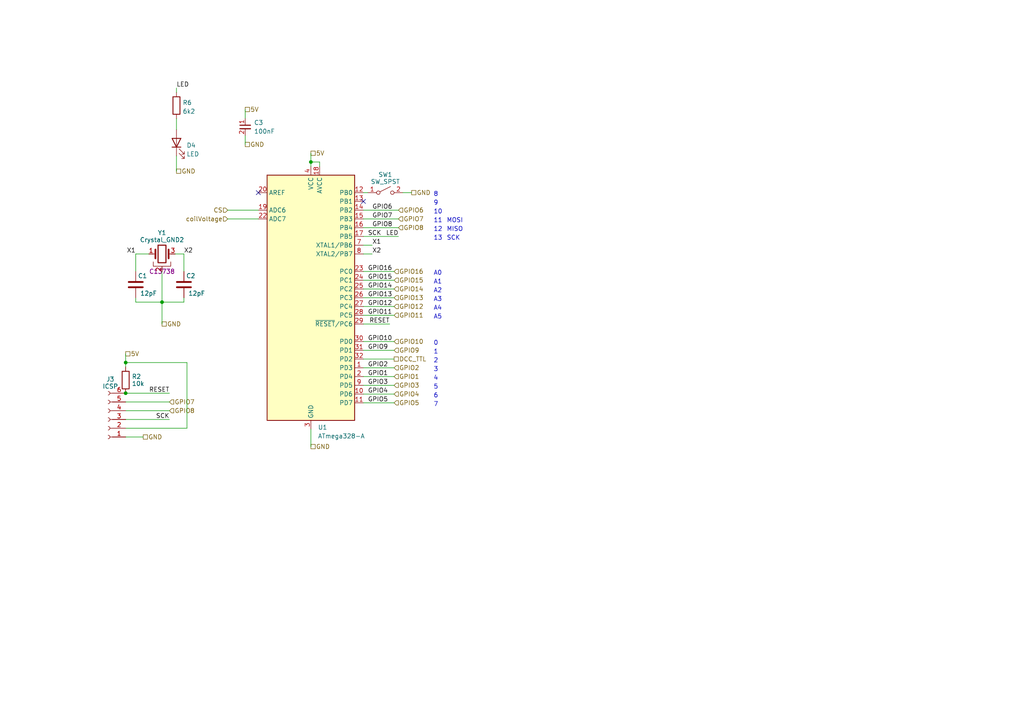
<source format=kicad_sch>
(kicad_sch (version 20231120) (generator "eeschema") (generator_version "8.0")
  (paper "A4")
  (lib_symbols
    (symbol "Connector:Conn_01x06_Socket" (pin_names (offset 1.016) hide)
      (property "Reference" "J" (at 0 7.62 0))
      (property "Value" "Conn_01x06_Socket" (at 0 -10.16 0))
      (symbol "Conn_01x06_Socket_1_1"
        (arc (start 0 -7.112) (mid -0.5058 -7.62) (end 0 -8.128) (stroke (width 0.1524)))
        (arc (start 0 -4.572) (mid -0.5058 -5.08) (end 0 -5.588) (stroke (width 0.1524)))
        (arc (start 0 -2.032) (mid -0.5058 -2.54) (end 0 -3.048) (stroke (width 0.1524)))
        (polyline (pts (xy -1.27 -7.62) (xy -0.508 -7.62)) (stroke (width 0.1524)))
        (polyline (pts (xy -1.27 -5.08) (xy -0.508 -5.08)) (stroke (width 0.1524)))
        (polyline (pts (xy -1.27 -2.54) (xy -0.508 -2.54)) (stroke (width 0.1524)))
        (polyline (pts (xy -1.27 0) (xy -0.508 0)) (stroke (width 0.1524)))
        (polyline (pts (xy -1.27 2.54) (xy -0.508 2.54)) (stroke (width 0.1524)))
        (polyline (pts (xy -1.27 5.08) (xy -0.508 5.08)) (stroke (width 0.1524)))
        (arc (start 0 0.508) (mid -0.5058 0) (end 0 -0.508) (stroke (width 0.1524)))
        (arc (start 0 3.048) (mid -0.5058 2.54) (end 0 2.032) (stroke (width 0.1524)))
        (arc (start 0 5.588) (mid -0.5058 5.08) (end 0 4.572) (stroke (width 0.1524)))
        (pin passive line (at -5.08 5.08 0) (length 3.81) (name "Pin_1") (number "1"))
        (pin passive line (at -5.08 2.54 0) (length 3.81) (name "Pin_2") (number "2"))
        (pin passive line (at -5.08 0 0) (length 3.81) (name "Pin_3") (number "3"))
        (pin passive line (at -5.08 -2.54 0) (length 3.81) (name "Pin_4") (number "4"))
        (pin passive line (at -5.08 -5.08 0) (length 3.81) (name "Pin_5") (number "5"))
        (pin passive line (at -5.08 -7.62 0) (length 3.81) (name "Pin_6") (number "6"))
      )
    )
    (symbol "Device:C" (pin_numbers hide) (pin_names (offset 0.254))
      (property "Reference" "C" (at 0.635 2.54 0))
      (property "Value" "C" (at 0.635 -2.54 0))
      (symbol "C_0_1"
        (polyline (pts (xy -2.032 -0.762) (xy 2.032 -0.762)) (stroke (width 0.508)))
        (polyline (pts (xy -2.032 0.762) (xy 2.032 0.762)) (stroke (width 0.508)))
      )
      (symbol "C_1_1"
        (pin passive line (at 0 3.81 270) (length 2.794) (name "~") (number "1"))
        (pin passive line (at 0 -3.81 90) (length 2.794) (name "~") (number "2"))
      )
    )
    (symbol "Device:LED" (pin_numbers hide) (pin_names (offset 1.016) hide)
      (property "Reference" "D" (at 0 2.54 0))
      (property "Value" "LED" (at 0 -2.54 0))
      (symbol "LED_0_1"
        (polyline (pts (xy -1.27 -1.27) (xy -1.27 1.27)) (stroke (width 0.254)))
        (polyline (pts (xy -1.27 0) (xy 1.27 0)))
        (polyline (pts (xy 1.27 -1.27) (xy 1.27 1.27) (xy -1.27 0) (xy 1.27 -1.27)) (stroke (width 0.254)))
        (polyline (pts (xy -3.048 -0.762) (xy -4.572 -2.286) (xy -3.81 -2.286) (xy -4.572 -2.286) (xy -4.572 -1.524)))
        (polyline (pts (xy -1.778 -0.762) (xy -3.302 -2.286) (xy -2.54 -2.286) (xy -3.302 -2.286) (xy -3.302 -1.524)))
      )
      (symbol "LED_1_1"
        (pin passive line (at -3.81 0 0) (length 2.54) (name "K") (number "1"))
        (pin passive line (at 3.81 0 180) (length 2.54) (name "A") (number "2"))
      )
    )
    (symbol "Device:R" (pin_numbers hide) (pin_names (offset 0))
      (property "Reference" "R" (at 2.032 0 90))
      (property "Value" "R" (at 0 0 90))
      (symbol "R_0_1"
        (rectangle (start -1.016 -2.54) (end 1.016 2.54) (stroke (width 0.254)))
      )
      (symbol "R_1_1"
        (pin passive line (at 0 3.81 270) (length 1.27) (name "~") (number "1"))
        (pin passive line (at 0 -3.81 90) (length 1.27) (name "~") (number "2"))
      )
    )
    (symbol "MCU_Microchip_ATmega:ATmega328-A"
      (property "Reference" "U" (at -12.7 36.83 0))
      (property "Value" "ATmega328-A" (at 2.54 -36.83 0))
      (symbol "ATmega328-A_0_1"
        (rectangle (start -12.7 -35.56) (end 12.7 35.56) (stroke (width 0.254)) (fill (type background)))
      )
      (symbol "ATmega328-A_1_1"
        (pin bidirectional line (at 15.24 -20.32 180) (length 2.54) (name "PD3") (number "1"))
        (pin bidirectional line (at 15.24 -27.94 180) (length 2.54) (name "PD6") (number "10"))
        (pin bidirectional line (at 15.24 -30.48 180) (length 2.54) (name "PD7") (number "11"))
        (pin bidirectional line (at 15.24 30.48 180) (length 2.54) (name "PB0") (number "12"))
        (pin bidirectional line (at 15.24 27.94 180) (length 2.54) (name "PB1") (number "13"))
        (pin bidirectional line (at 15.24 25.4 180) (length 2.54) (name "PB2") (number "14"))
        (pin bidirectional line (at 15.24 22.86 180) (length 2.54) (name "PB3") (number "15"))
        (pin bidirectional line (at 15.24 20.32 180) (length 2.54) (name "PB4") (number "16"))
        (pin bidirectional line (at 15.24 17.78 180) (length 2.54) (name "PB5") (number "17"))
        (pin power_in line (at 2.54 38.1 270) (length 2.54) (name "AVCC") (number "18"))
        (pin input line (at -15.24 25.4 0) (length 2.54) (name "ADC6") (number "19"))
        (pin bidirectional line (at 15.24 -22.86 180) (length 2.54) (name "PD4") (number "2"))
        (pin passive line (at -15.24 30.48 0) (length 2.54) (name "AREF") (number "20"))
        (pin passive line (at 0 -38.1 90) (length 2.54) hide (name "GND") (number "21"))
        (pin input line (at -15.24 22.86 0) (length 2.54) (name "ADC7") (number "22"))
        (pin bidirectional line (at 15.24 7.62 180) (length 2.54) (name "PC0") (number "23"))
        (pin bidirectional line (at 15.24 5.08 180) (length 2.54) (name "PC1") (number "24"))
        (pin bidirectional line (at 15.24 2.54 180) (length 2.54) (name "PC2") (number "25"))
        (pin bidirectional line (at 15.24 0 180) (length 2.54) (name "PC3") (number "26"))
        (pin bidirectional line (at 15.24 -2.54 180) (length 2.54) (name "PC4") (number "27"))
        (pin bidirectional line (at 15.24 -5.08 180) (length 2.54) (name "PC5") (number "28"))
        (pin bidirectional line (at 15.24 -7.62 180) (length 2.54) (name "~{RESET}/PC6") (number "29"))
        (pin power_in line (at 0 -38.1 90) (length 2.54) (name "GND") (number "3"))
        (pin bidirectional line (at 15.24 -12.7 180) (length 2.54) (name "PD0") (number "30"))
        (pin bidirectional line (at 15.24 -15.24 180) (length 2.54) (name "PD1") (number "31"))
        (pin bidirectional line (at 15.24 -17.78 180) (length 2.54) (name "PD2") (number "32"))
        (pin power_in line (at 0 38.1 270) (length 2.54) (name "VCC") (number "4"))
        (pin passive line (at 0 -38.1 90) (length 2.54) hide (name "GND") (number "5"))
        (pin passive line (at 0 38.1 270) (length 2.54) hide (name "VCC") (number "6"))
        (pin bidirectional line (at 15.24 15.24 180) (length 2.54) (name "XTAL1/PB6") (number "7"))
        (pin bidirectional line (at 15.24 12.7 180) (length 2.54) (name "XTAL2/PB7") (number "8"))
        (pin bidirectional line (at 15.24 -25.4 180) (length 2.54) (name "PD5") (number "9"))
      )
    )
    (symbol "Switch:SW_SPST" (pin_names (offset 0) hide)
      (property "Reference" "SW" (at 0 3.175 0))
      (property "Value" "SW_SPST" (at 0 -2.54 0))
      (symbol "SW_SPST_0_0"
        (circle (center -2.032 0) (radius 0.508))
        (polyline (pts (xy -1.524 0.254) (xy 1.524 1.778)))
        (circle (center 2.032 0) (radius 0.508))
      )
      (symbol "SW_SPST_1_1"
        (pin passive line (at -5.08 0 0) (length 2.54) (name "A") (number "1"))
        (pin passive line (at 5.08 0 180) (length 2.54) (name "B") (number "2"))
      )
    )
    (symbol "capacitor_miscellaneous:C_0402_100nF"
      (property "Reference" "C" (at 1.27 2.54 0))
      (property "Value" "100nF" (at 3.81 -2.54 0))
      (symbol "C_0402_100nF_0_1"
        (polyline (pts (xy -1.524 -0.508) (xy 1.524 -0.508)) (stroke (width 0.3302)))
        (polyline (pts (xy -1.524 0.508) (xy 1.524 0.508)) (stroke (width 0.3048)))
      )
      (symbol "C_0402_100nF_1_1"
        (pin passive line (at 0 2.54 270) (length 2.032) (name "~") (number "1"))
        (pin passive line (at 0 -2.54 90) (length 2.032) (name "~") (number "2"))
      )
    )
    (symbol "custom_kicad_lib_sk:crystal_arduino" (pin_names (offset 1.016) hide)
      (property "Reference" "Y" (at 0 5.715 0))
      (property "Value" "Crystal_GND2" (at 0 3.81 0))
      (symbol "crystal_arduino_0_1"
        (rectangle (start -1.143 2.54) (end 1.143 -2.54) (stroke (width 0.3048)))
        (polyline (pts (xy -2.54 0) (xy -1.905 0)))
        (polyline (pts (xy -1.905 -1.27) (xy -1.905 1.27)) (stroke (width 0.508)))
        (polyline (pts (xy 0 -3.81) (xy 0 -3.556)))
        (polyline (pts (xy 1.905 0) (xy 2.54 0)))
        (polyline (pts (xy 1.905 1.27) (xy 1.905 -1.27)) (stroke (width 0.508)))
        (polyline (pts (xy -2.54 -2.286) (xy -2.54 -3.556) (xy 2.54 -3.556) (xy 2.54 -2.286)))
      )
      (symbol "crystal_arduino_1_1"
        (pin passive line (at -3.81 0 0) (length 1.27) (name "1") (number "1"))
        (pin passive line (at 0 -5.08 90) (length 1.27) (name "GND") (number "2"))
        (pin passive line (at 3.81 0 180) (length 1.27) (name "3") (number "3"))
        (pin passive line (at 0 -5.08 90) (length 1.27) hide (name "GND") (number "4"))
      )
    )
  )
  (junction (at 36.449 105.156))
  (junction (at 90.17 46.99))
  (junction (at 46.99 87.63))
  (junction (at 36.449 114.046))
  (no_connect (at 74.93 55.88))
  (no_connect (at 105.41 58.42))
  (wire (pts (xy 39.37 73.66) (xy 39.37 78.74)))
  (wire (pts (xy 105.41 55.88) (xy 106.68 55.88)))
  (wire (pts (xy 51.181 45.212) (xy 51.181 49.657)))
  (wire (pts (xy 90.17 124.46) (xy 90.17 129.54)))
  (wire (pts (xy 46.99 78.74) (xy 46.99 87.63)))
  (wire (pts (xy 36.449 119.126) (xy 49.149 119.126)))
  (wire (pts (xy 39.37 73.66) (xy 43.18 73.66)))
  (wire (pts (xy 114.3 86.36) (xy 105.41 86.36)))
  (wire (pts (xy 105.41 91.44) (xy 114.3 91.44)))
  (wire (pts (xy 53.34 86.36) (xy 53.34 87.63)))
  (wire (pts (xy 105.41 116.84) (xy 114.3 116.84)))
  (wire (pts (xy 53.34 73.66) (xy 53.34 78.74)))
  (wire (pts (xy 71.12 31.75) (xy 71.12 34.29)))
  (wire (pts (xy 105.41 83.82) (xy 114.3 83.82)))
  (wire (pts (xy 105.41 99.06) (xy 114.3 99.06)))
  (wire (pts (xy 66.04 60.96) (xy 74.93 60.96)))
  (wire (pts (xy 53.34 87.63) (xy 46.99 87.63)))
  (wire (pts (xy 114.3 88.9) (xy 105.41 88.9)))
  (wire (pts (xy 36.449 126.746) (xy 41.529 126.746)))
  (wire (pts (xy 105.41 93.98) (xy 113.03 93.98)))
  (wire (pts (xy 39.37 86.36) (xy 39.37 87.63)))
  (wire (pts (xy 36.449 102.616) (xy 36.449 105.156)))
  (wire (pts (xy 46.99 87.63) (xy 46.99 93.98)))
  (wire (pts (xy 92.71 46.99) (xy 90.17 46.99)))
  (wire (pts (xy 115.57 60.96) (xy 105.41 60.96)))
  (wire (pts (xy 36.449 121.666) (xy 49.149 121.666)))
  (wire (pts (xy 105.41 81.28) (xy 114.3 81.28)))
  (wire (pts (xy 51.181 34.417) (xy 51.181 37.592)))
  (wire (pts (xy 119.38 55.88) (xy 116.84 55.88)))
  (wire (pts (xy 46.99 87.63) (xy 39.37 87.63)))
  (wire (pts (xy 105.41 73.66) (xy 107.95 73.66)))
  (wire (pts (xy 105.41 71.12) (xy 107.95 71.12)))
  (wire (pts (xy 90.17 44.45) (xy 90.17 46.99)))
  (wire (pts (xy 115.57 63.5) (xy 105.41 63.5)))
  (wire (pts (xy 36.449 105.156) (xy 54.229 105.156)))
  (wire (pts (xy 90.17 46.99) (xy 90.17 48.26)))
  (wire (pts (xy 92.71 48.26) (xy 92.71 46.99)))
  (wire (pts (xy 105.41 101.6) (xy 114.3 101.6)))
  (wire (pts (xy 115.57 68.58) (xy 105.41 68.58)))
  (wire (pts (xy 105.41 114.3) (xy 114.3 114.3)))
  (wire (pts (xy 36.449 105.156) (xy 36.449 106.426)))
  (wire (pts (xy 105.41 109.22) (xy 114.3 109.22)))
  (wire (pts (xy 54.229 105.156) (xy 54.229 124.206)))
  (wire (pts (xy 114.3 104.14) (xy 105.41 104.14)))
  (wire (pts (xy 36.449 114.046) (xy 49.149 114.046)))
  (wire (pts (xy 36.449 116.586) (xy 49.149 116.586)))
  (wire (pts (xy 71.12 39.37) (xy 71.12 41.91)))
  (wire (pts (xy 115.57 66.04) (xy 105.41 66.04)))
  (wire (pts (xy 51.181 25.527) (xy 51.181 26.797)))
  (wire (pts (xy 105.41 106.68) (xy 114.3 106.68)))
  (wire (pts (xy 50.8 73.66) (xy 53.34 73.66)))
  (wire (pts (xy 105.41 78.74) (xy 114.3 78.74)))
  (wire (pts (xy 36.449 124.206) (xy 54.229 124.206)))
  (wire (pts (xy 66.04 63.5) (xy 74.93 63.5)))
  (wire (pts (xy 105.41 111.76) (xy 114.3 111.76)))
  (text "A4" (at 125.73 90.17 0) (effects (font (size 1.27 1.27)) (justify left bottom)))
  (text "A2" (at 125.73 85.09 0) (effects (font (size 1.27 1.27)) (justify left bottom)))
  (text "0" (at 125.73 100.33 0) (effects (font (size 1.27 1.27)) (justify left bottom)))
  (text "5" (at 125.73 113.03 0) (effects (font (size 1.27 1.27)) (justify left bottom)))
  (text "1" (at 125.73 102.87 0) (effects (font (size 1.27 1.27)) (justify left bottom)))
  (text "MOSI" (at 129.54 64.77 0) (effects (font (size 1.27 1.27)) (justify left bottom)))
  (text "4" (at 125.73 110.49 0) (effects (font (size 1.27 1.27)) (justify left bottom)))
  (text "6" (at 125.73 115.57 0) (effects (font (size 1.27 1.27)) (justify left bottom)))
  (text "A5" (at 125.73 92.71 0) (effects (font (size 1.27 1.27)) (justify left bottom)))
  (text "8" (at 125.73 57.15 0) (effects (font (size 1.27 1.27)) (justify left bottom)))
  (text "SCK" (at 129.54 69.85 0) (effects (font (size 1.27 1.27)) (justify left bottom)))
  (text "MISO" (at 129.54 67.31 0) (effects (font (size 1.27 1.27)) (justify left bottom)))
  (text "A3" (at 125.73 87.63 0) (effects (font (size 1.27 1.27)) (justify left bottom)))
  (text "13" (at 125.73 69.85 0) (effects (font (size 1.27 1.27)) (justify left bottom)))
  (text "2" (at 125.73 105.41 0) (effects (font (size 1.27 1.27)) (justify left bottom)))
  (text "9" (at 125.73 59.69 0) (effects (font (size 1.27 1.27)) (justify left bottom)))
  (text "10" (at 125.73 62.23 0) (effects (font (size 1.27 1.27)) (justify left bottom)))
  (text "A0" (at 125.73 80.01 0) (effects (font (size 1.27 1.27)) (justify left bottom)))
  (text "A1" (at 125.73 82.55 0) (effects (font (size 1.27 1.27)) (justify left bottom)))
  (text "12" (at 125.73 67.31 0) (effects (font (size 1.27 1.27)) (justify left bottom)))
  (text "11" (at 125.73 64.77 0) (effects (font (size 1.27 1.27)) (justify left bottom)))
  (text "3" (at 125.73 107.95 0) (effects (font (size 1.27 1.27)) (justify left bottom)))
  (text "7" (at 125.73 118.11 0) (effects (font (size 1.27 1.27)) (justify left bottom)))
  (label "X2" (at 107.95 73.66 0))
  (label "GPIO13" (at 106.68 86.36 0))
  (label "GPIO8" (at 107.95 66.04 0))
  (label "GPIO1" (at 106.68 109.22 0))
  (label "GPIO16" (at 106.68 78.74 0))
  (label "GPIO14" (at 106.68 83.82 0))
  (label "X2" (at 53.34 73.66 0))
  (label "RESET" (at 49.149 114.046 180))
  (label "LED" (at 51.181 25.527 0))
  (label "GPIO2" (at 106.68 106.68 0))
  (label "GPIO15" (at 106.68 81.28 0))
  (label "SCK" (at 106.68 68.58 0))
  (label "X1" (at 107.95 71.12 0))
  (label "GPIO10" (at 106.68 99.06 0))
  (label "X1" (at 39.37 73.66 180))
  (label "LED" (at 115.57 68.58 180))
  (label "RESET" (at 113.03 93.98 180))
  (label "SCK" (at 49.149 121.666 180))
  (label "GPIO3" (at 106.68 111.76 0))
  (label "GPIO5" (at 106.68 116.84 0))
  (label "GPIO9" (at 106.68 101.6 0))
  (label "GPIO11" (at 106.68 91.44 0))
  (label "GPIO7" (at 107.95 63.5 0))
  (label "GPIO6" (at 107.95 60.96 0))
  (label "GPIO4" (at 106.68 114.3 0))
  (label "GPIO12" (at 106.68 88.9 0))
  (hierarchical_label "GPIO8" (shape input) (at 115.57 66.04 0))
  (hierarchical_label "GPIO11" (shape input) (at 114.3 91.44 0))
  (hierarchical_label "coilVoltage" (shape input) (at 66.04 63.5 180))
  (hierarchical_label "GPIO13" (shape input) (at 114.3 86.36 0))
  (hierarchical_label "GND" (shape passive) (at 46.99 93.98 0))
  (hierarchical_label "GPIO14" (shape input) (at 114.3 83.82 0))
  (hierarchical_label "GPIO3" (shape input) (at 114.3 111.76 0))
  (hierarchical_label "GPIO4" (shape input) (at 114.3 114.3 0))
  (hierarchical_label "GND" (shape passive) (at 119.38 55.88 0))
  (hierarchical_label "CS" (shape input) (at 66.04 60.96 180))
  (hierarchical_label "GPIO6" (shape input) (at 115.57 60.96 0))
  (hierarchical_label "GPIO10" (shape input) (at 114.3 99.06 0))
  (hierarchical_label "5V" (shape passive) (at 36.449 102.616 0))
  (hierarchical_label "5V" (shape passive) (at 71.12 31.75 0))
  (hierarchical_label "GPIO5" (shape input) (at 114.3 116.84 0))
  (hierarchical_label "GPIO1" (shape input) (at 114.3 109.22 0))
  (hierarchical_label "GPIO2" (shape input) (at 114.3 106.68 0))
  (hierarchical_label "DCC_TTL" (shape passive) (at 114.3 104.14 0))
  (hierarchical_label "GND" (shape passive) (at 41.529 126.746 0))
  (hierarchical_label "GND" (shape passive) (at 51.181 49.657 0))
  (hierarchical_label "GPIO9" (shape input) (at 114.3 101.6 0))
  (hierarchical_label "GPIO12" (shape input) (at 114.3 88.9 0))
  (hierarchical_label "GPIO7" (shape input) (at 49.149 116.586 0))
  (hierarchical_label "GPIO7" (shape input) (at 115.57 63.5 0))
  (hierarchical_label "GND" (shape passive) (at 90.17 129.54 0))
  (hierarchical_label "5V" (shape passive) (at 90.17 44.45 0))
  (hierarchical_label "GPIO15" (shape input) (at 114.3 81.28 0))
  (hierarchical_label "GPIO16" (shape input) (at 114.3 78.74 0))
  (hierarchical_label "GND" (shape passive) (at 71.12 41.91 0))
  (hierarchical_label "GPIO8" (shape input) (at 49.149 119.126 0))
  (symbol (lib_id "Device:C") (at 53.34 82.55 180) (unit 1)
    (property "Reference" "C2" (at 53.975 80.01 0) (effects (justify right)))
    (property "Value" "12pF" (at 54.61 85.09 0) (effects (justify right)))
    (property "Footprint" "Capacitor_SMD:C_0402_1005Metric_Pad0.74x0.62mm_HandSolder" (effects (hide yes)))
    (property "JLCPCB Part#" "C1547" (effects (hide yes)))
  )
  (symbol (lib_id "Device:R") (at 36.449 110.236 0) (unit 1)
    (property "Reference" "R2" (at 38.227 109.212 0) (effects (justify left)))
    (property "Value" "10k" (at 38.227 111.26 0) (effects (justify left)))
    (property "Footprint" "Resistor_SMD:R_0402_1005Metric_Pad0.72x0.64mm_HandSolder" (effects (hide yes)))
    (property "JLCPCB Part#" "C25744" (effects (hide yes)))
  )
  (symbol (lib_id "Device:LED") (at 51.181 41.402 90) (unit 1)
    (property "Reference" "D4" (at 54.102 42.1548 90) (effects (justify right)))
    (property "Value" "LED" (at 54.102 44.6917 90) (effects (justify right)))
    (property "Footprint" "LED_SMD:LED_0805_2012Metric_Pad1.15x1.40mm_HandSolder" (effects (hide yes)))
    (property "JLCPCB Part#" "C84256" (effects (hide yes)))
  )
  (symbol (lib_id "MCU_Microchip_ATmega:ATmega328-A") (at 90.17 86.36 0) (unit 1)
    (property "Reference" "U1" (at 92.1894 123.9504 0) (effects (justify left)))
    (property "Value" "ATmega328-A" (at 92.1894 126.4873 0) (effects (justify left)))
    (property "Footprint" "Package_QFP:TQFP-32_7x7mm_P0.8mm" (effects (hide yes)))
    (property "Datasheet" "http://ww1.microchip.com/downloads/en/DeviceDoc/ATmega328_P%20AVR%20MCU%20with%20picoPower%20Technology%20Data%20Sheet%2040001984A.pdf" (effects (hide yes)))
    (property "JLCPCB Part#" "C14877" (effects (hide yes)))
  )
  (symbol (lib_id "Switch:SW_SPST") (at 111.76 55.88 0) (unit 1)
    (property "Reference" "SW1" (at 111.76 50.649 0))
    (property "Value" "SW_SPST" (at 111.76 52.697 0))
    (property "Footprint" "Button_Switch_SMD:SW_SPST_SKQG_WithStem" (effects (hide yes)))
    (property "JLCPCB Part#" "C318884" (effects (hide yes)))
  )
  (symbol (lib_id "Device:R") (at 51.181 30.607 0) (unit 1)
    (property "Reference" "R6" (at 52.959 29.7723 0) (effects (justify left)))
    (property "Value" "6k2" (at 52.959 32.3092 0) (effects (justify left)))
    (property "Footprint" "Resistor_SMD:R_0603_1608Metric_Pad0.98x0.95mm_HandSolder" (effects (hide yes)))
    (property "JLCPCB Part#" "C4260" (effects (hide yes)))
  )
  (symbol (lib_id "Device:C") (at 39.37 82.55 180) (unit 1)
    (property "Reference" "C1" (at 40.005 80.01 0) (effects (justify right)))
    (property "Value" "12pF" (at 40.64 85.09 0) (effects (justify right)))
    (property "Footprint" "Capacitor_SMD:C_0402_1005Metric_Pad0.74x0.62mm_HandSolder" (effects (hide yes)))
    (property "JLCPCB Part#" "C1547" (effects (hide yes)))
  )
  (symbol (lib_id "Connector:Conn_01x06_Socket") (at 31.369 121.666 180) (unit 1)
    (property "Reference" "J3" (at 32.004 110.0088 0))
    (property "Value" "ICSP" (at 32.004 112.0568 0))
    (property "Footprint" "Connector_PinHeader_2.54mm:PinHeader_1x06_P2.54mm_Vertical" (effects (hide yes)))
  )
  (symbol (lib_id "custom_kicad_lib_sk:crystal_arduino") (at 46.99 73.66 0) (unit 1)
    (property "Reference" "Y1" (at 46.99 67.5146 0))
    (property "Value" "Crystal_GND2" (at 46.99 69.5626 0))
    (property "Footprint" "custom_kicad_lib_sk:crystal_arduino" (effects (hide yes)))
    (property "JLCPCB Part#" "C13738" (at 46.99 78.74 0))
  )
  (symbol (lib_id "capacitor_miscellaneous:C_0402_100nF") (at 71.12 36.83 0) (unit 1)
    (property "Reference" "C3" (at 73.66 35.5662 0) (effects (justify left)))
    (property "Value" "100nF" (at 73.66 38.1062 0) (effects (justify left)))
    (property "Footprint" "Capacitor_SMD:C_0402_1005Metric" (effects (hide yes)))
    (property "JLCPCB Part#" "C307331" (effects (hide yes)))
  )
)
</source>
